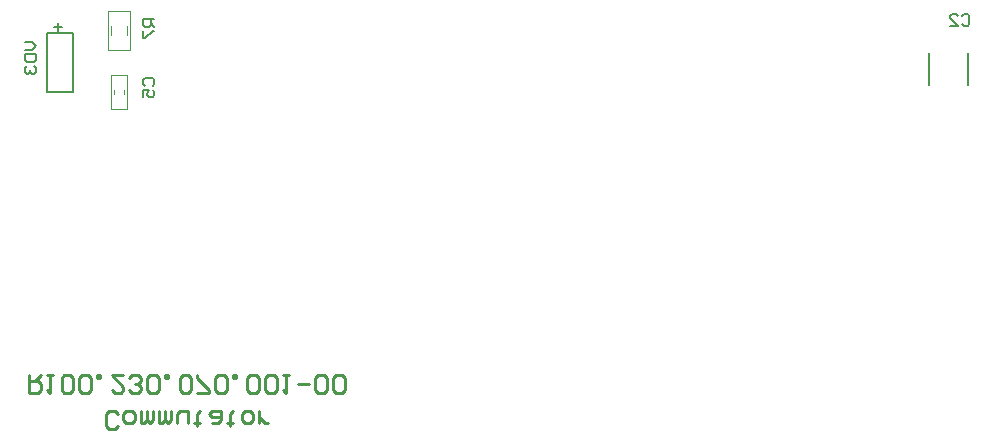
<source format=gbo>
G04 Layer_Color=32896*
%FSLAX44Y44*%
%MOMM*%
G71*
G01*
G75*
%ADD34C,0.2000*%
%ADD35C,0.1000*%
%ADD36C,0.1270*%
%ADD41C,0.2500*%
%ADD42C,0.1500*%
D34*
X826000Y434000D02*
Y461000D01*
X859000Y434000D02*
Y461000D01*
D35*
X136000Y426500D02*
Y429500D01*
X144000Y426500D02*
Y429500D01*
X133000Y442500D02*
X147000D01*
Y413500D02*
Y442500D01*
X133000Y413500D02*
X147000D01*
X133000D02*
Y442500D01*
X146500Y476000D02*
Y484000D01*
X133500Y476000D02*
Y484000D01*
X130750Y496750D02*
X149250D01*
Y463250D02*
Y496750D01*
X130750Y463250D02*
X149250D01*
X130750D02*
Y496750D01*
D36*
X78750Y427750D02*
Y477750D01*
Y427750D02*
X101250D01*
Y477750D01*
X78750D02*
X101250D01*
D41*
X138769Y145110D02*
X136270Y142611D01*
X131271D01*
X128772Y145110D01*
Y155107D01*
X131271Y157606D01*
X136270D01*
X138769Y155107D01*
X146267Y157606D02*
X151265D01*
X153764Y155107D01*
Y150108D01*
X151265Y147609D01*
X146267D01*
X143767Y150108D01*
Y155107D01*
X146267Y157606D01*
X158763D02*
Y147609D01*
X161262D01*
X163761Y150108D01*
Y157606D01*
Y150108D01*
X166260Y147609D01*
X168759Y150108D01*
Y157606D01*
X173758D02*
Y147609D01*
X176257D01*
X178756Y150108D01*
Y157606D01*
Y150108D01*
X181255Y147609D01*
X183755Y150108D01*
Y157606D01*
X188753Y147609D02*
Y155107D01*
X191252Y157606D01*
X198750D01*
Y147609D01*
X206247Y145110D02*
Y147609D01*
X203748D01*
X208746D01*
X206247D01*
Y155107D01*
X208746Y157606D01*
X218743Y147609D02*
X223742D01*
X226241Y150108D01*
Y157606D01*
X218743D01*
X216244Y155107D01*
X218743Y152607D01*
X226241D01*
X233738Y145110D02*
Y147609D01*
X231239D01*
X236238D01*
X233738D01*
Y155107D01*
X236238Y157606D01*
X246234D02*
X251233D01*
X253732Y155107D01*
Y150108D01*
X251233Y147609D01*
X246234D01*
X243735Y150108D01*
Y155107D01*
X246234Y157606D01*
X258730Y147609D02*
Y157606D01*
Y152607D01*
X261229Y150108D01*
X263729Y147609D01*
X266228D01*
X63793Y187997D02*
Y173002D01*
X71291D01*
X73790Y175502D01*
Y180500D01*
X71291Y182999D01*
X63793D01*
X68792D02*
X73790Y187997D01*
X78788D02*
X83787D01*
X81288D01*
Y173002D01*
X78788Y175502D01*
X91285D02*
X93784Y173002D01*
X98782D01*
X101281Y175502D01*
Y185498D01*
X98782Y187997D01*
X93784D01*
X91285Y185498D01*
Y175502D01*
X106280D02*
X108779Y173002D01*
X113777D01*
X116276Y175502D01*
Y185498D01*
X113777Y187997D01*
X108779D01*
X106280Y185498D01*
Y175502D01*
X121275Y187997D02*
Y185498D01*
X123774D01*
Y187997D01*
X121275D01*
X143767D02*
X133771D01*
X143767Y178001D01*
Y175502D01*
X141268Y173002D01*
X136270D01*
X133771Y175502D01*
X148766D02*
X151265Y173002D01*
X156264D01*
X158763Y175502D01*
Y178001D01*
X156264Y180500D01*
X153764D01*
X156264D01*
X158763Y182999D01*
Y185498D01*
X156264Y187997D01*
X151265D01*
X148766Y185498D01*
X163761Y175502D02*
X166260Y173002D01*
X171259D01*
X173758Y175502D01*
Y185498D01*
X171259Y187997D01*
X166260D01*
X163761Y185498D01*
Y175502D01*
X178756Y187997D02*
Y185498D01*
X181255D01*
Y187997D01*
X178756D01*
X191252Y175502D02*
X193751Y173002D01*
X198750D01*
X201249Y175502D01*
Y185498D01*
X198750Y187997D01*
X193751D01*
X191252Y185498D01*
Y175502D01*
X206247Y173002D02*
X216244D01*
Y175502D01*
X206247Y185498D01*
Y187997D01*
X221242Y175502D02*
X223742Y173002D01*
X228740D01*
X231239Y175502D01*
Y185498D01*
X228740Y187997D01*
X223742D01*
X221242Y185498D01*
Y175502D01*
X236238Y187997D02*
Y185498D01*
X238737D01*
Y187997D01*
X236238D01*
X248734Y175502D02*
X251233Y173002D01*
X256231D01*
X258730Y175502D01*
Y185498D01*
X256231Y187997D01*
X251233D01*
X248734Y185498D01*
Y175502D01*
X263729D02*
X266228Y173002D01*
X271226D01*
X273725Y175502D01*
Y185498D01*
X271226Y187997D01*
X266228D01*
X263729Y185498D01*
Y175502D01*
X278724Y187997D02*
X283722D01*
X281223D01*
Y173002D01*
X278724Y175502D01*
X291220Y180500D02*
X301217D01*
X306215Y175502D02*
X308714Y173002D01*
X313713D01*
X316212Y175502D01*
Y185498D01*
X313713Y187997D01*
X308714D01*
X306215Y185498D01*
Y175502D01*
X321210D02*
X323709Y173002D01*
X328708D01*
X331207Y175502D01*
Y185498D01*
X328708Y187997D01*
X323709D01*
X321210Y185498D01*
Y175502D01*
D42*
X853380Y491947D02*
X855046Y493613D01*
X858378D01*
X860044Y491947D01*
Y485282D01*
X858378Y483616D01*
X855046D01*
X853380Y485282D01*
X843383Y483616D02*
X850047D01*
X843383Y490280D01*
Y491947D01*
X845049Y493613D01*
X848381D01*
X850047Y491947D01*
X161669Y433335D02*
X160003Y435002D01*
Y438334D01*
X161669Y440000D01*
X168334D01*
X170000Y438334D01*
Y435002D01*
X168334Y433335D01*
X160003Y423339D02*
Y430003D01*
X165002D01*
X163335Y426671D01*
Y425005D01*
X165002Y423339D01*
X168334D01*
X170000Y425005D01*
Y428337D01*
X168334Y430003D01*
X170000Y490000D02*
X160003D01*
Y485002D01*
X161669Y483335D01*
X165002D01*
X166668Y485002D01*
Y490000D01*
Y486668D02*
X170000Y483335D01*
X160003Y480003D02*
Y473339D01*
X161669D01*
X168334Y480003D01*
X170000D01*
X60003Y470000D02*
X66668D01*
X70000Y466668D01*
X66668Y463335D01*
X60003D01*
Y460003D02*
X70000D01*
Y455005D01*
X68334Y453339D01*
X61669D01*
X60003Y455005D01*
Y460003D01*
X61669Y450006D02*
X60003Y448340D01*
Y445008D01*
X61669Y443342D01*
X63335D01*
X65002Y445008D01*
Y446674D01*
Y445008D01*
X66668Y443342D01*
X68334D01*
X70000Y445008D01*
Y448340D01*
X68334Y450006D01*
X88252Y486000D02*
Y479336D01*
X84919Y482668D02*
X91584D01*
M02*

</source>
